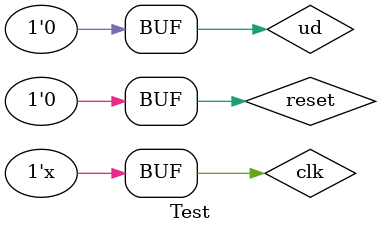
<source format=v>
`timescale 1ns / 1ps


module Test;

	// Inputs
	reg clk;
	reg reset;
	reg ud;

	// Outputs
	wire [7:0] q;

	// Instantiate the Unit Under Test (UUT)
	CounterUD uut (
		.clk(clk), 
		.reset(reset), 
		.ud(ud), 
		.q(q)
	);

	initial begin
		// Initialize Inputs
		clk = 0;
		reset = 1;
		ud = 1;
		#20 reset = 0;
		#800 ud = 0;
	end
	always begin
	clk = ~clk;
	#10;
	end
      
endmodule


</source>
